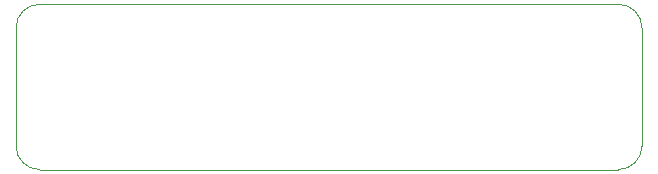
<source format=gm1>
G04 #@! TF.GenerationSoftware,KiCad,Pcbnew,5.1.5-52549c5~84~ubuntu18.04.1*
G04 #@! TF.CreationDate,2020-03-07T05:05:02+05:30*
G04 #@! TF.ProjectId,tps92515_led_driver,74707339-3235-4313-955f-6c65645f6472,rev?*
G04 #@! TF.SameCoordinates,Original*
G04 #@! TF.FileFunction,Profile,NP*
%FSLAX46Y46*%
G04 Gerber Fmt 4.6, Leading zero omitted, Abs format (unit mm)*
G04 Created by KiCad (PCBNEW 5.1.5-52549c5~84~ubuntu18.04.1) date 2020-03-07 05:05:02*
%MOMM*%
%LPD*%
G04 APERTURE LIST*
%ADD10C,0.050000*%
G04 APERTURE END LIST*
D10*
X108000000Y-80000000D02*
G75*
G02X110000000Y-78000000I2000000J0D01*
G01*
X110000000Y-92000000D02*
G75*
G02X108000000Y-90000000I0J2000000D01*
G01*
X159000000Y-78000000D02*
G75*
G02X161000000Y-80000000I0J-2000000D01*
G01*
X161000000Y-90000000D02*
G75*
G02X159000000Y-92000000I-2000000J0D01*
G01*
X161000000Y-80000000D02*
X161000000Y-90000000D01*
X110000000Y-78000000D02*
X159000000Y-78000000D01*
X108000000Y-90000000D02*
X108000000Y-80000000D01*
X159000000Y-92000000D02*
X110000000Y-92000000D01*
M02*

</source>
